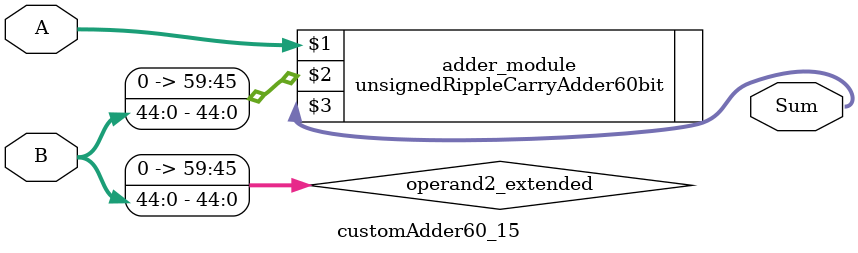
<source format=v>
module customAdder60_15(
                        input [59 : 0] A,
                        input [44 : 0] B,
                        
                        output [60 : 0] Sum
                );

        wire [59 : 0] operand2_extended;
        
        assign operand2_extended =  {15'b0, B};
        
        unsignedRippleCarryAdder60bit adder_module(
            A,
            operand2_extended,
            Sum
        );
        
        endmodule
        
</source>
